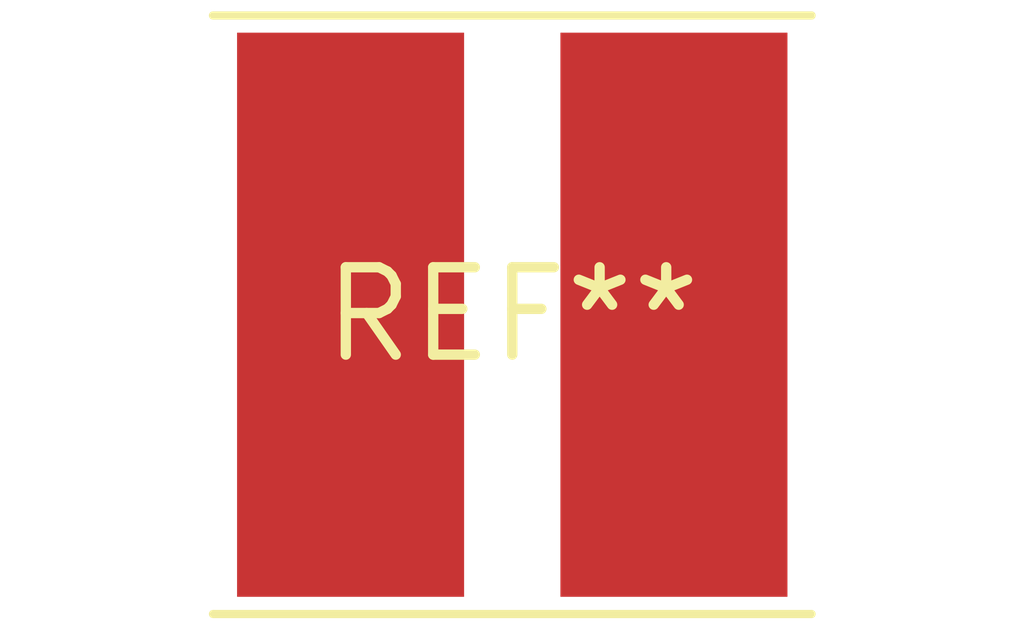
<source format=kicad_pcb>
(kicad_pcb (version 20240108) (generator pcbnew)
  (layers (0 "F.Cu" signal) (31 "B.Cu" signal) (34 "B.Paste" user) (35 "F.Paste" user) (36 "B.SilkS" user "B.Silkscreen") (37 "F.SilkS" user "F.Silkscreen") (38 "B.Mask" user) (39 "F.Mask" user) (44 "Edge.Cuts" user))
  (net 0 "")
  (footprint "L_TDK_VLP8040" (layer "F.Cu") (at 0 0)
    (property "Reference" "REF**")
    (property "Value" "L_TDK_VLP8040")
    (fp_line (start -4.35 -4.35) (end 4.35 -4.35) (layer "F.SilkS") (stroke (width 0.12)))
    (fp_line (start -4.35 4.35) (end 4.35 4.35) (layer "F.SilkS") (stroke (width 0.12)))
    (pad "1" smd rect (at -2.35 0) (size 3.3 8.2) (layers "F.Cu" "F.Paste" "F.Mask"))
    (pad "2" smd rect (at 2.35 0) (size 3.3 8.2) (layers "F.Cu" "F.Paste" "F.Mask"))
  )
)
</source>
